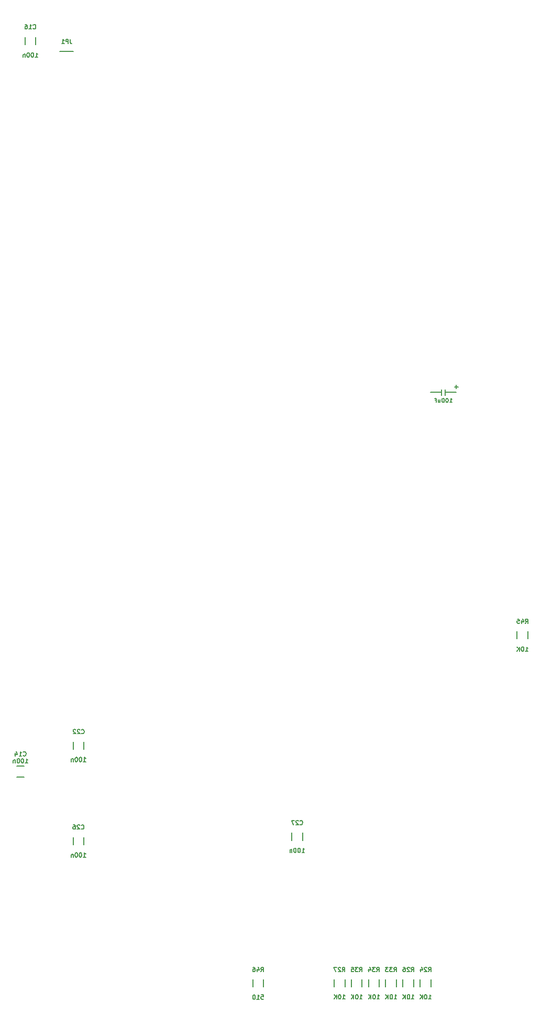
<source format=gbr>
G04 #@! TF.FileFunction,Legend,Bot*
%FSLAX46Y46*%
G04 Gerber Fmt 4.6, Leading zero omitted, Abs format (unit mm)*
G04 Created by KiCad (PCBNEW 4.0.4-stable) date 02/16/17 08:27:34*
%MOMM*%
%LPD*%
G01*
G04 APERTURE LIST*
%ADD10C,0.100000*%
%ADD11C,0.200000*%
%ADD12C,0.150000*%
G04 APERTURE END LIST*
D10*
D11*
X173500000Y-140680000D02*
X171700000Y-140680000D01*
X171100000Y-140670000D02*
X169300000Y-140670000D01*
X173500000Y-139800000D02*
X173500000Y-139500000D01*
X173500000Y-139800000D02*
X173500000Y-140100000D01*
X173500000Y-139800000D02*
X173200000Y-139800000D01*
X173500000Y-139800000D02*
X173800000Y-139800000D01*
D12*
X172421428Y-142298571D02*
X172798571Y-142298571D01*
X172609999Y-142298571D02*
X172609999Y-141638571D01*
X172672856Y-141732857D01*
X172735714Y-141795714D01*
X172798571Y-141827143D01*
X172012857Y-141638571D02*
X171950000Y-141638571D01*
X171887143Y-141670000D01*
X171855714Y-141701429D01*
X171824285Y-141764286D01*
X171792857Y-141890000D01*
X171792857Y-142047143D01*
X171824285Y-142172857D01*
X171855714Y-142235714D01*
X171887143Y-142267143D01*
X171950000Y-142298571D01*
X172012857Y-142298571D01*
X172075714Y-142267143D01*
X172107143Y-142235714D01*
X172138571Y-142172857D01*
X172170000Y-142047143D01*
X172170000Y-141890000D01*
X172138571Y-141764286D01*
X172107143Y-141701429D01*
X172075714Y-141670000D01*
X172012857Y-141638571D01*
X171384286Y-141638571D02*
X171321429Y-141638571D01*
X171258572Y-141670000D01*
X171227143Y-141701429D01*
X171195714Y-141764286D01*
X171164286Y-141890000D01*
X171164286Y-142047143D01*
X171195714Y-142172857D01*
X171227143Y-142235714D01*
X171258572Y-142267143D01*
X171321429Y-142298571D01*
X171384286Y-142298571D01*
X171447143Y-142267143D01*
X171478572Y-142235714D01*
X171510000Y-142172857D01*
X171541429Y-142047143D01*
X171541429Y-141890000D01*
X171510000Y-141764286D01*
X171478572Y-141701429D01*
X171447143Y-141670000D01*
X171384286Y-141638571D01*
X170598572Y-141858571D02*
X170598572Y-142298571D01*
X170881429Y-141858571D02*
X170881429Y-142204286D01*
X170850001Y-142267143D01*
X170787143Y-142298571D01*
X170692858Y-142298571D01*
X170630001Y-142267143D01*
X170598572Y-142235714D01*
X170064286Y-141952857D02*
X170284286Y-141952857D01*
X170284286Y-142298571D02*
X170284286Y-141638571D01*
X169970000Y-141638571D01*
D11*
X171700000Y-140200000D02*
X171700000Y-141130000D01*
X171110000Y-140200000D02*
X171110000Y-141130000D01*
D12*
X111610000Y-85660000D02*
X109410000Y-85660000D01*
X103630000Y-201035000D02*
X102430000Y-201035000D01*
X102430000Y-202785000D02*
X103630000Y-202785000D01*
X146875000Y-211810000D02*
X146875000Y-213010000D01*
X148625000Y-213010000D02*
X148625000Y-211810000D01*
X111535000Y-212530000D02*
X111535000Y-213730000D01*
X113285000Y-213730000D02*
X113285000Y-212530000D01*
X111535000Y-197120000D02*
X111535000Y-198320000D01*
X113285000Y-198320000D02*
X113285000Y-197120000D01*
X105505000Y-84510000D02*
X105505000Y-83310000D01*
X103755000Y-83310000D02*
X103755000Y-84510000D01*
X142325000Y-236700000D02*
X142325000Y-235500000D01*
X140575000Y-235500000D02*
X140575000Y-236700000D01*
X183305000Y-179270000D02*
X183305000Y-180470000D01*
X185055000Y-180470000D02*
X185055000Y-179270000D01*
X167635000Y-235500000D02*
X167635000Y-236700000D01*
X169385000Y-236700000D02*
X169385000Y-235500000D01*
X164865000Y-235500000D02*
X164865000Y-236700000D01*
X166615000Y-236700000D02*
X166615000Y-235500000D01*
X162075000Y-235500000D02*
X162075000Y-236700000D01*
X163825000Y-236700000D02*
X163825000Y-235500000D01*
X159295000Y-235500000D02*
X159295000Y-236700000D01*
X161045000Y-236700000D02*
X161045000Y-235500000D01*
X156505000Y-235500000D02*
X156505000Y-236700000D01*
X158255000Y-236700000D02*
X158255000Y-235500000D01*
X153735000Y-235500000D02*
X153735000Y-236700000D01*
X155485000Y-236700000D02*
X155485000Y-235500000D01*
X111093333Y-83666667D02*
X111093333Y-84166667D01*
X111126667Y-84266667D01*
X111193333Y-84333333D01*
X111293333Y-84366667D01*
X111360000Y-84366667D01*
X110760000Y-84366667D02*
X110760000Y-83666667D01*
X110493334Y-83666667D01*
X110426667Y-83700000D01*
X110393334Y-83733333D01*
X110360000Y-83800000D01*
X110360000Y-83900000D01*
X110393334Y-83966667D01*
X110426667Y-84000000D01*
X110493334Y-84033333D01*
X110760000Y-84033333D01*
X109693334Y-84366667D02*
X110093334Y-84366667D01*
X109893334Y-84366667D02*
X109893334Y-83666667D01*
X109960000Y-83766667D01*
X110026667Y-83833333D01*
X110093334Y-83866667D01*
X103480000Y-199330000D02*
X103513334Y-199363333D01*
X103613334Y-199396667D01*
X103680000Y-199396667D01*
X103780000Y-199363333D01*
X103846667Y-199296667D01*
X103880000Y-199230000D01*
X103913334Y-199096667D01*
X103913334Y-198996667D01*
X103880000Y-198863333D01*
X103846667Y-198796667D01*
X103780000Y-198730000D01*
X103680000Y-198696667D01*
X103613334Y-198696667D01*
X103513334Y-198730000D01*
X103480000Y-198763333D01*
X102813334Y-199396667D02*
X103213334Y-199396667D01*
X103013334Y-199396667D02*
X103013334Y-198696667D01*
X103080000Y-198796667D01*
X103146667Y-198863333D01*
X103213334Y-198896667D01*
X102213333Y-198930000D02*
X102213333Y-199396667D01*
X102380000Y-198663333D02*
X102546667Y-199163333D01*
X102113333Y-199163333D01*
X103813334Y-200516667D02*
X104213334Y-200516667D01*
X104013334Y-200516667D02*
X104013334Y-199816667D01*
X104080000Y-199916667D01*
X104146667Y-199983333D01*
X104213334Y-200016667D01*
X103380000Y-199816667D02*
X103313333Y-199816667D01*
X103246667Y-199850000D01*
X103213333Y-199883333D01*
X103180000Y-199950000D01*
X103146667Y-200083333D01*
X103146667Y-200250000D01*
X103180000Y-200383333D01*
X103213333Y-200450000D01*
X103246667Y-200483333D01*
X103313333Y-200516667D01*
X103380000Y-200516667D01*
X103446667Y-200483333D01*
X103480000Y-200450000D01*
X103513333Y-200383333D01*
X103546667Y-200250000D01*
X103546667Y-200083333D01*
X103513333Y-199950000D01*
X103480000Y-199883333D01*
X103446667Y-199850000D01*
X103380000Y-199816667D01*
X102713333Y-199816667D02*
X102646666Y-199816667D01*
X102580000Y-199850000D01*
X102546666Y-199883333D01*
X102513333Y-199950000D01*
X102480000Y-200083333D01*
X102480000Y-200250000D01*
X102513333Y-200383333D01*
X102546666Y-200450000D01*
X102580000Y-200483333D01*
X102646666Y-200516667D01*
X102713333Y-200516667D01*
X102780000Y-200483333D01*
X102813333Y-200450000D01*
X102846666Y-200383333D01*
X102880000Y-200250000D01*
X102880000Y-200083333D01*
X102846666Y-199950000D01*
X102813333Y-199883333D01*
X102780000Y-199850000D01*
X102713333Y-199816667D01*
X102179999Y-200050000D02*
X102179999Y-200516667D01*
X102179999Y-200116667D02*
X102146666Y-200083333D01*
X102079999Y-200050000D01*
X101979999Y-200050000D01*
X101913333Y-200083333D01*
X101879999Y-200150000D01*
X101879999Y-200516667D01*
X148210000Y-210440000D02*
X148243334Y-210473333D01*
X148343334Y-210506667D01*
X148410000Y-210506667D01*
X148510000Y-210473333D01*
X148576667Y-210406667D01*
X148610000Y-210340000D01*
X148643334Y-210206667D01*
X148643334Y-210106667D01*
X148610000Y-209973333D01*
X148576667Y-209906667D01*
X148510000Y-209840000D01*
X148410000Y-209806667D01*
X148343334Y-209806667D01*
X148243334Y-209840000D01*
X148210000Y-209873333D01*
X147943334Y-209873333D02*
X147910000Y-209840000D01*
X147843334Y-209806667D01*
X147676667Y-209806667D01*
X147610000Y-209840000D01*
X147576667Y-209873333D01*
X147543334Y-209940000D01*
X147543334Y-210006667D01*
X147576667Y-210106667D01*
X147976667Y-210506667D01*
X147543334Y-210506667D01*
X147310000Y-209806667D02*
X146843333Y-209806667D01*
X147143333Y-210506667D01*
X148533334Y-214976667D02*
X148933334Y-214976667D01*
X148733334Y-214976667D02*
X148733334Y-214276667D01*
X148800000Y-214376667D01*
X148866667Y-214443333D01*
X148933334Y-214476667D01*
X148100000Y-214276667D02*
X148033333Y-214276667D01*
X147966667Y-214310000D01*
X147933333Y-214343333D01*
X147900000Y-214410000D01*
X147866667Y-214543333D01*
X147866667Y-214710000D01*
X147900000Y-214843333D01*
X147933333Y-214910000D01*
X147966667Y-214943333D01*
X148033333Y-214976667D01*
X148100000Y-214976667D01*
X148166667Y-214943333D01*
X148200000Y-214910000D01*
X148233333Y-214843333D01*
X148266667Y-214710000D01*
X148266667Y-214543333D01*
X148233333Y-214410000D01*
X148200000Y-214343333D01*
X148166667Y-214310000D01*
X148100000Y-214276667D01*
X147433333Y-214276667D02*
X147366666Y-214276667D01*
X147300000Y-214310000D01*
X147266666Y-214343333D01*
X147233333Y-214410000D01*
X147200000Y-214543333D01*
X147200000Y-214710000D01*
X147233333Y-214843333D01*
X147266666Y-214910000D01*
X147300000Y-214943333D01*
X147366666Y-214976667D01*
X147433333Y-214976667D01*
X147500000Y-214943333D01*
X147533333Y-214910000D01*
X147566666Y-214843333D01*
X147600000Y-214710000D01*
X147600000Y-214543333D01*
X147566666Y-214410000D01*
X147533333Y-214343333D01*
X147500000Y-214310000D01*
X147433333Y-214276667D01*
X146899999Y-214510000D02*
X146899999Y-214976667D01*
X146899999Y-214576667D02*
X146866666Y-214543333D01*
X146799999Y-214510000D01*
X146699999Y-214510000D01*
X146633333Y-214543333D01*
X146599999Y-214610000D01*
X146599999Y-214976667D01*
X112860000Y-211160000D02*
X112893334Y-211193333D01*
X112993334Y-211226667D01*
X113060000Y-211226667D01*
X113160000Y-211193333D01*
X113226667Y-211126667D01*
X113260000Y-211060000D01*
X113293334Y-210926667D01*
X113293334Y-210826667D01*
X113260000Y-210693333D01*
X113226667Y-210626667D01*
X113160000Y-210560000D01*
X113060000Y-210526667D01*
X112993334Y-210526667D01*
X112893334Y-210560000D01*
X112860000Y-210593333D01*
X112593334Y-210593333D02*
X112560000Y-210560000D01*
X112493334Y-210526667D01*
X112326667Y-210526667D01*
X112260000Y-210560000D01*
X112226667Y-210593333D01*
X112193334Y-210660000D01*
X112193334Y-210726667D01*
X112226667Y-210826667D01*
X112626667Y-211226667D01*
X112193334Y-211226667D01*
X111593333Y-210526667D02*
X111726667Y-210526667D01*
X111793333Y-210560000D01*
X111826667Y-210593333D01*
X111893333Y-210693333D01*
X111926667Y-210826667D01*
X111926667Y-211093333D01*
X111893333Y-211160000D01*
X111860000Y-211193333D01*
X111793333Y-211226667D01*
X111660000Y-211226667D01*
X111593333Y-211193333D01*
X111560000Y-211160000D01*
X111526667Y-211093333D01*
X111526667Y-210926667D01*
X111560000Y-210860000D01*
X111593333Y-210826667D01*
X111660000Y-210793333D01*
X111793333Y-210793333D01*
X111860000Y-210826667D01*
X111893333Y-210860000D01*
X111926667Y-210926667D01*
X113183334Y-215736667D02*
X113583334Y-215736667D01*
X113383334Y-215736667D02*
X113383334Y-215036667D01*
X113450000Y-215136667D01*
X113516667Y-215203333D01*
X113583334Y-215236667D01*
X112750000Y-215036667D02*
X112683333Y-215036667D01*
X112616667Y-215070000D01*
X112583333Y-215103333D01*
X112550000Y-215170000D01*
X112516667Y-215303333D01*
X112516667Y-215470000D01*
X112550000Y-215603333D01*
X112583333Y-215670000D01*
X112616667Y-215703333D01*
X112683333Y-215736667D01*
X112750000Y-215736667D01*
X112816667Y-215703333D01*
X112850000Y-215670000D01*
X112883333Y-215603333D01*
X112916667Y-215470000D01*
X112916667Y-215303333D01*
X112883333Y-215170000D01*
X112850000Y-215103333D01*
X112816667Y-215070000D01*
X112750000Y-215036667D01*
X112083333Y-215036667D02*
X112016666Y-215036667D01*
X111950000Y-215070000D01*
X111916666Y-215103333D01*
X111883333Y-215170000D01*
X111850000Y-215303333D01*
X111850000Y-215470000D01*
X111883333Y-215603333D01*
X111916666Y-215670000D01*
X111950000Y-215703333D01*
X112016666Y-215736667D01*
X112083333Y-215736667D01*
X112150000Y-215703333D01*
X112183333Y-215670000D01*
X112216666Y-215603333D01*
X112250000Y-215470000D01*
X112250000Y-215303333D01*
X112216666Y-215170000D01*
X112183333Y-215103333D01*
X112150000Y-215070000D01*
X112083333Y-215036667D01*
X111549999Y-215270000D02*
X111549999Y-215736667D01*
X111549999Y-215336667D02*
X111516666Y-215303333D01*
X111449999Y-215270000D01*
X111349999Y-215270000D01*
X111283333Y-215303333D01*
X111249999Y-215370000D01*
X111249999Y-215736667D01*
X112880000Y-195750000D02*
X112913334Y-195783333D01*
X113013334Y-195816667D01*
X113080000Y-195816667D01*
X113180000Y-195783333D01*
X113246667Y-195716667D01*
X113280000Y-195650000D01*
X113313334Y-195516667D01*
X113313334Y-195416667D01*
X113280000Y-195283333D01*
X113246667Y-195216667D01*
X113180000Y-195150000D01*
X113080000Y-195116667D01*
X113013334Y-195116667D01*
X112913334Y-195150000D01*
X112880000Y-195183333D01*
X112613334Y-195183333D02*
X112580000Y-195150000D01*
X112513334Y-195116667D01*
X112346667Y-195116667D01*
X112280000Y-195150000D01*
X112246667Y-195183333D01*
X112213334Y-195250000D01*
X112213334Y-195316667D01*
X112246667Y-195416667D01*
X112646667Y-195816667D01*
X112213334Y-195816667D01*
X111946667Y-195183333D02*
X111913333Y-195150000D01*
X111846667Y-195116667D01*
X111680000Y-195116667D01*
X111613333Y-195150000D01*
X111580000Y-195183333D01*
X111546667Y-195250000D01*
X111546667Y-195316667D01*
X111580000Y-195416667D01*
X111980000Y-195816667D01*
X111546667Y-195816667D01*
X113193334Y-200306667D02*
X113593334Y-200306667D01*
X113393334Y-200306667D02*
X113393334Y-199606667D01*
X113460000Y-199706667D01*
X113526667Y-199773333D01*
X113593334Y-199806667D01*
X112760000Y-199606667D02*
X112693333Y-199606667D01*
X112626667Y-199640000D01*
X112593333Y-199673333D01*
X112560000Y-199740000D01*
X112526667Y-199873333D01*
X112526667Y-200040000D01*
X112560000Y-200173333D01*
X112593333Y-200240000D01*
X112626667Y-200273333D01*
X112693333Y-200306667D01*
X112760000Y-200306667D01*
X112826667Y-200273333D01*
X112860000Y-200240000D01*
X112893333Y-200173333D01*
X112926667Y-200040000D01*
X112926667Y-199873333D01*
X112893333Y-199740000D01*
X112860000Y-199673333D01*
X112826667Y-199640000D01*
X112760000Y-199606667D01*
X112093333Y-199606667D02*
X112026666Y-199606667D01*
X111960000Y-199640000D01*
X111926666Y-199673333D01*
X111893333Y-199740000D01*
X111860000Y-199873333D01*
X111860000Y-200040000D01*
X111893333Y-200173333D01*
X111926666Y-200240000D01*
X111960000Y-200273333D01*
X112026666Y-200306667D01*
X112093333Y-200306667D01*
X112160000Y-200273333D01*
X112193333Y-200240000D01*
X112226666Y-200173333D01*
X112260000Y-200040000D01*
X112260000Y-199873333D01*
X112226666Y-199740000D01*
X112193333Y-199673333D01*
X112160000Y-199640000D01*
X112093333Y-199606667D01*
X111559999Y-199840000D02*
X111559999Y-200306667D01*
X111559999Y-199906667D02*
X111526666Y-199873333D01*
X111459999Y-199840000D01*
X111359999Y-199840000D01*
X111293333Y-199873333D01*
X111259999Y-199940000D01*
X111259999Y-200306667D01*
X105080000Y-81920000D02*
X105113334Y-81953333D01*
X105213334Y-81986667D01*
X105280000Y-81986667D01*
X105380000Y-81953333D01*
X105446667Y-81886667D01*
X105480000Y-81820000D01*
X105513334Y-81686667D01*
X105513334Y-81586667D01*
X105480000Y-81453333D01*
X105446667Y-81386667D01*
X105380000Y-81320000D01*
X105280000Y-81286667D01*
X105213334Y-81286667D01*
X105113334Y-81320000D01*
X105080000Y-81353333D01*
X104413334Y-81986667D02*
X104813334Y-81986667D01*
X104613334Y-81986667D02*
X104613334Y-81286667D01*
X104680000Y-81386667D01*
X104746667Y-81453333D01*
X104813334Y-81486667D01*
X103813333Y-81286667D02*
X103946667Y-81286667D01*
X104013333Y-81320000D01*
X104046667Y-81353333D01*
X104113333Y-81453333D01*
X104146667Y-81586667D01*
X104146667Y-81853333D01*
X104113333Y-81920000D01*
X104080000Y-81953333D01*
X104013333Y-81986667D01*
X103880000Y-81986667D01*
X103813333Y-81953333D01*
X103780000Y-81920000D01*
X103746667Y-81853333D01*
X103746667Y-81686667D01*
X103780000Y-81620000D01*
X103813333Y-81586667D01*
X103880000Y-81553333D01*
X104013333Y-81553333D01*
X104080000Y-81586667D01*
X104113333Y-81620000D01*
X104146667Y-81686667D01*
X105413334Y-86546667D02*
X105813334Y-86546667D01*
X105613334Y-86546667D02*
X105613334Y-85846667D01*
X105680000Y-85946667D01*
X105746667Y-86013333D01*
X105813334Y-86046667D01*
X104980000Y-85846667D02*
X104913333Y-85846667D01*
X104846667Y-85880000D01*
X104813333Y-85913333D01*
X104780000Y-85980000D01*
X104746667Y-86113333D01*
X104746667Y-86280000D01*
X104780000Y-86413333D01*
X104813333Y-86480000D01*
X104846667Y-86513333D01*
X104913333Y-86546667D01*
X104980000Y-86546667D01*
X105046667Y-86513333D01*
X105080000Y-86480000D01*
X105113333Y-86413333D01*
X105146667Y-86280000D01*
X105146667Y-86113333D01*
X105113333Y-85980000D01*
X105080000Y-85913333D01*
X105046667Y-85880000D01*
X104980000Y-85846667D01*
X104313333Y-85846667D02*
X104246666Y-85846667D01*
X104180000Y-85880000D01*
X104146666Y-85913333D01*
X104113333Y-85980000D01*
X104080000Y-86113333D01*
X104080000Y-86280000D01*
X104113333Y-86413333D01*
X104146666Y-86480000D01*
X104180000Y-86513333D01*
X104246666Y-86546667D01*
X104313333Y-86546667D01*
X104380000Y-86513333D01*
X104413333Y-86480000D01*
X104446666Y-86413333D01*
X104480000Y-86280000D01*
X104480000Y-86113333D01*
X104446666Y-85980000D01*
X104413333Y-85913333D01*
X104380000Y-85880000D01*
X104313333Y-85846667D01*
X103779999Y-86080000D02*
X103779999Y-86546667D01*
X103779999Y-86146667D02*
X103746666Y-86113333D01*
X103679999Y-86080000D01*
X103579999Y-86080000D01*
X103513333Y-86113333D01*
X103479999Y-86180000D01*
X103479999Y-86546667D01*
X141910000Y-234216667D02*
X142143334Y-233883333D01*
X142310000Y-234216667D02*
X142310000Y-233516667D01*
X142043334Y-233516667D01*
X141976667Y-233550000D01*
X141943334Y-233583333D01*
X141910000Y-233650000D01*
X141910000Y-233750000D01*
X141943334Y-233816667D01*
X141976667Y-233850000D01*
X142043334Y-233883333D01*
X142310000Y-233883333D01*
X141310000Y-233750000D02*
X141310000Y-234216667D01*
X141476667Y-233483333D02*
X141643334Y-233983333D01*
X141210000Y-233983333D01*
X140643333Y-233516667D02*
X140776667Y-233516667D01*
X140843333Y-233550000D01*
X140876667Y-233583333D01*
X140943333Y-233683333D01*
X140976667Y-233816667D01*
X140976667Y-234083333D01*
X140943333Y-234150000D01*
X140910000Y-234183333D01*
X140843333Y-234216667D01*
X140710000Y-234216667D01*
X140643333Y-234183333D01*
X140610000Y-234150000D01*
X140576667Y-234083333D01*
X140576667Y-233916667D01*
X140610000Y-233850000D01*
X140643333Y-233816667D01*
X140710000Y-233783333D01*
X140843333Y-233783333D01*
X140910000Y-233816667D01*
X140943333Y-233850000D01*
X140976667Y-233916667D01*
X141950000Y-237966667D02*
X142283333Y-237966667D01*
X142316667Y-238300000D01*
X142283333Y-238266667D01*
X142216667Y-238233333D01*
X142050000Y-238233333D01*
X141983333Y-238266667D01*
X141950000Y-238300000D01*
X141916667Y-238366667D01*
X141916667Y-238533333D01*
X141950000Y-238600000D01*
X141983333Y-238633333D01*
X142050000Y-238666667D01*
X142216667Y-238666667D01*
X142283333Y-238633333D01*
X142316667Y-238600000D01*
X141250000Y-238666667D02*
X141650000Y-238666667D01*
X141450000Y-238666667D02*
X141450000Y-237966667D01*
X141516666Y-238066667D01*
X141583333Y-238133333D01*
X141650000Y-238166667D01*
X140816666Y-237966667D02*
X140749999Y-237966667D01*
X140683333Y-238000000D01*
X140649999Y-238033333D01*
X140616666Y-238100000D01*
X140583333Y-238233333D01*
X140583333Y-238400000D01*
X140616666Y-238533333D01*
X140649999Y-238600000D01*
X140683333Y-238633333D01*
X140749999Y-238666667D01*
X140816666Y-238666667D01*
X140883333Y-238633333D01*
X140916666Y-238600000D01*
X140949999Y-238533333D01*
X140983333Y-238400000D01*
X140983333Y-238233333D01*
X140949999Y-238100000D01*
X140916666Y-238033333D01*
X140883333Y-238000000D01*
X140816666Y-237966667D01*
X184630000Y-177976667D02*
X184863334Y-177643333D01*
X185030000Y-177976667D02*
X185030000Y-177276667D01*
X184763334Y-177276667D01*
X184696667Y-177310000D01*
X184663334Y-177343333D01*
X184630000Y-177410000D01*
X184630000Y-177510000D01*
X184663334Y-177576667D01*
X184696667Y-177610000D01*
X184763334Y-177643333D01*
X185030000Y-177643333D01*
X184030000Y-177510000D02*
X184030000Y-177976667D01*
X184196667Y-177243333D02*
X184363334Y-177743333D01*
X183930000Y-177743333D01*
X183330000Y-177276667D02*
X183663333Y-177276667D01*
X183696667Y-177610000D01*
X183663333Y-177576667D01*
X183596667Y-177543333D01*
X183430000Y-177543333D01*
X183363333Y-177576667D01*
X183330000Y-177610000D01*
X183296667Y-177676667D01*
X183296667Y-177843333D01*
X183330000Y-177910000D01*
X183363333Y-177943333D01*
X183430000Y-177976667D01*
X183596667Y-177976667D01*
X183663333Y-177943333D01*
X183696667Y-177910000D01*
X184663334Y-182476667D02*
X185063334Y-182476667D01*
X184863334Y-182476667D02*
X184863334Y-181776667D01*
X184930000Y-181876667D01*
X184996667Y-181943333D01*
X185063334Y-181976667D01*
X184230000Y-181776667D02*
X184163333Y-181776667D01*
X184096667Y-181810000D01*
X184063333Y-181843333D01*
X184030000Y-181910000D01*
X183996667Y-182043333D01*
X183996667Y-182210000D01*
X184030000Y-182343333D01*
X184063333Y-182410000D01*
X184096667Y-182443333D01*
X184163333Y-182476667D01*
X184230000Y-182476667D01*
X184296667Y-182443333D01*
X184330000Y-182410000D01*
X184363333Y-182343333D01*
X184396667Y-182210000D01*
X184396667Y-182043333D01*
X184363333Y-181910000D01*
X184330000Y-181843333D01*
X184296667Y-181810000D01*
X184230000Y-181776667D01*
X183696666Y-182476667D02*
X183696666Y-181776667D01*
X183296666Y-182476667D02*
X183596666Y-182076667D01*
X183296666Y-181776667D02*
X183696666Y-182176667D01*
X168960000Y-234216667D02*
X169193334Y-233883333D01*
X169360000Y-234216667D02*
X169360000Y-233516667D01*
X169093334Y-233516667D01*
X169026667Y-233550000D01*
X168993334Y-233583333D01*
X168960000Y-233650000D01*
X168960000Y-233750000D01*
X168993334Y-233816667D01*
X169026667Y-233850000D01*
X169093334Y-233883333D01*
X169360000Y-233883333D01*
X168693334Y-233583333D02*
X168660000Y-233550000D01*
X168593334Y-233516667D01*
X168426667Y-233516667D01*
X168360000Y-233550000D01*
X168326667Y-233583333D01*
X168293334Y-233650000D01*
X168293334Y-233716667D01*
X168326667Y-233816667D01*
X168726667Y-234216667D01*
X168293334Y-234216667D01*
X167693333Y-233750000D02*
X167693333Y-234216667D01*
X167860000Y-233483333D02*
X168026667Y-233983333D01*
X167593333Y-233983333D01*
X168993334Y-238646667D02*
X169393334Y-238646667D01*
X169193334Y-238646667D02*
X169193334Y-237946667D01*
X169260000Y-238046667D01*
X169326667Y-238113333D01*
X169393334Y-238146667D01*
X168560000Y-237946667D02*
X168493333Y-237946667D01*
X168426667Y-237980000D01*
X168393333Y-238013333D01*
X168360000Y-238080000D01*
X168326667Y-238213333D01*
X168326667Y-238380000D01*
X168360000Y-238513333D01*
X168393333Y-238580000D01*
X168426667Y-238613333D01*
X168493333Y-238646667D01*
X168560000Y-238646667D01*
X168626667Y-238613333D01*
X168660000Y-238580000D01*
X168693333Y-238513333D01*
X168726667Y-238380000D01*
X168726667Y-238213333D01*
X168693333Y-238080000D01*
X168660000Y-238013333D01*
X168626667Y-237980000D01*
X168560000Y-237946667D01*
X168026666Y-238646667D02*
X168026666Y-237946667D01*
X167626666Y-238646667D02*
X167926666Y-238246667D01*
X167626666Y-237946667D02*
X168026666Y-238346667D01*
X166190000Y-234216667D02*
X166423334Y-233883333D01*
X166590000Y-234216667D02*
X166590000Y-233516667D01*
X166323334Y-233516667D01*
X166256667Y-233550000D01*
X166223334Y-233583333D01*
X166190000Y-233650000D01*
X166190000Y-233750000D01*
X166223334Y-233816667D01*
X166256667Y-233850000D01*
X166323334Y-233883333D01*
X166590000Y-233883333D01*
X165923334Y-233583333D02*
X165890000Y-233550000D01*
X165823334Y-233516667D01*
X165656667Y-233516667D01*
X165590000Y-233550000D01*
X165556667Y-233583333D01*
X165523334Y-233650000D01*
X165523334Y-233716667D01*
X165556667Y-233816667D01*
X165956667Y-234216667D01*
X165523334Y-234216667D01*
X164923333Y-233516667D02*
X165056667Y-233516667D01*
X165123333Y-233550000D01*
X165156667Y-233583333D01*
X165223333Y-233683333D01*
X165256667Y-233816667D01*
X165256667Y-234083333D01*
X165223333Y-234150000D01*
X165190000Y-234183333D01*
X165123333Y-234216667D01*
X164990000Y-234216667D01*
X164923333Y-234183333D01*
X164890000Y-234150000D01*
X164856667Y-234083333D01*
X164856667Y-233916667D01*
X164890000Y-233850000D01*
X164923333Y-233816667D01*
X164990000Y-233783333D01*
X165123333Y-233783333D01*
X165190000Y-233816667D01*
X165223333Y-233850000D01*
X165256667Y-233916667D01*
X166223334Y-238646667D02*
X166623334Y-238646667D01*
X166423334Y-238646667D02*
X166423334Y-237946667D01*
X166490000Y-238046667D01*
X166556667Y-238113333D01*
X166623334Y-238146667D01*
X165790000Y-237946667D02*
X165723333Y-237946667D01*
X165656667Y-237980000D01*
X165623333Y-238013333D01*
X165590000Y-238080000D01*
X165556667Y-238213333D01*
X165556667Y-238380000D01*
X165590000Y-238513333D01*
X165623333Y-238580000D01*
X165656667Y-238613333D01*
X165723333Y-238646667D01*
X165790000Y-238646667D01*
X165856667Y-238613333D01*
X165890000Y-238580000D01*
X165923333Y-238513333D01*
X165956667Y-238380000D01*
X165956667Y-238213333D01*
X165923333Y-238080000D01*
X165890000Y-238013333D01*
X165856667Y-237980000D01*
X165790000Y-237946667D01*
X165256666Y-238646667D02*
X165256666Y-237946667D01*
X164856666Y-238646667D02*
X165156666Y-238246667D01*
X164856666Y-237946667D02*
X165256666Y-238346667D01*
X163400000Y-234226667D02*
X163633334Y-233893333D01*
X163800000Y-234226667D02*
X163800000Y-233526667D01*
X163533334Y-233526667D01*
X163466667Y-233560000D01*
X163433334Y-233593333D01*
X163400000Y-233660000D01*
X163400000Y-233760000D01*
X163433334Y-233826667D01*
X163466667Y-233860000D01*
X163533334Y-233893333D01*
X163800000Y-233893333D01*
X163166667Y-233526667D02*
X162733334Y-233526667D01*
X162966667Y-233793333D01*
X162866667Y-233793333D01*
X162800000Y-233826667D01*
X162766667Y-233860000D01*
X162733334Y-233926667D01*
X162733334Y-234093333D01*
X162766667Y-234160000D01*
X162800000Y-234193333D01*
X162866667Y-234226667D01*
X163066667Y-234226667D01*
X163133334Y-234193333D01*
X163166667Y-234160000D01*
X162500000Y-233526667D02*
X162066667Y-233526667D01*
X162300000Y-233793333D01*
X162200000Y-233793333D01*
X162133333Y-233826667D01*
X162100000Y-233860000D01*
X162066667Y-233926667D01*
X162066667Y-234093333D01*
X162100000Y-234160000D01*
X162133333Y-234193333D01*
X162200000Y-234226667D01*
X162400000Y-234226667D01*
X162466667Y-234193333D01*
X162500000Y-234160000D01*
X163433334Y-238646667D02*
X163833334Y-238646667D01*
X163633334Y-238646667D02*
X163633334Y-237946667D01*
X163700000Y-238046667D01*
X163766667Y-238113333D01*
X163833334Y-238146667D01*
X163000000Y-237946667D02*
X162933333Y-237946667D01*
X162866667Y-237980000D01*
X162833333Y-238013333D01*
X162800000Y-238080000D01*
X162766667Y-238213333D01*
X162766667Y-238380000D01*
X162800000Y-238513333D01*
X162833333Y-238580000D01*
X162866667Y-238613333D01*
X162933333Y-238646667D01*
X163000000Y-238646667D01*
X163066667Y-238613333D01*
X163100000Y-238580000D01*
X163133333Y-238513333D01*
X163166667Y-238380000D01*
X163166667Y-238213333D01*
X163133333Y-238080000D01*
X163100000Y-238013333D01*
X163066667Y-237980000D01*
X163000000Y-237946667D01*
X162466666Y-238646667D02*
X162466666Y-237946667D01*
X162066666Y-238646667D02*
X162366666Y-238246667D01*
X162066666Y-237946667D02*
X162466666Y-238346667D01*
X160620000Y-234226667D02*
X160853334Y-233893333D01*
X161020000Y-234226667D02*
X161020000Y-233526667D01*
X160753334Y-233526667D01*
X160686667Y-233560000D01*
X160653334Y-233593333D01*
X160620000Y-233660000D01*
X160620000Y-233760000D01*
X160653334Y-233826667D01*
X160686667Y-233860000D01*
X160753334Y-233893333D01*
X161020000Y-233893333D01*
X160386667Y-233526667D02*
X159953334Y-233526667D01*
X160186667Y-233793333D01*
X160086667Y-233793333D01*
X160020000Y-233826667D01*
X159986667Y-233860000D01*
X159953334Y-233926667D01*
X159953334Y-234093333D01*
X159986667Y-234160000D01*
X160020000Y-234193333D01*
X160086667Y-234226667D01*
X160286667Y-234226667D01*
X160353334Y-234193333D01*
X160386667Y-234160000D01*
X159353333Y-233760000D02*
X159353333Y-234226667D01*
X159520000Y-233493333D02*
X159686667Y-233993333D01*
X159253333Y-233993333D01*
X160653334Y-238646667D02*
X161053334Y-238646667D01*
X160853334Y-238646667D02*
X160853334Y-237946667D01*
X160920000Y-238046667D01*
X160986667Y-238113333D01*
X161053334Y-238146667D01*
X160220000Y-237946667D02*
X160153333Y-237946667D01*
X160086667Y-237980000D01*
X160053333Y-238013333D01*
X160020000Y-238080000D01*
X159986667Y-238213333D01*
X159986667Y-238380000D01*
X160020000Y-238513333D01*
X160053333Y-238580000D01*
X160086667Y-238613333D01*
X160153333Y-238646667D01*
X160220000Y-238646667D01*
X160286667Y-238613333D01*
X160320000Y-238580000D01*
X160353333Y-238513333D01*
X160386667Y-238380000D01*
X160386667Y-238213333D01*
X160353333Y-238080000D01*
X160320000Y-238013333D01*
X160286667Y-237980000D01*
X160220000Y-237946667D01*
X159686666Y-238646667D02*
X159686666Y-237946667D01*
X159286666Y-238646667D02*
X159586666Y-238246667D01*
X159286666Y-237946667D02*
X159686666Y-238346667D01*
X157830000Y-234216667D02*
X158063334Y-233883333D01*
X158230000Y-234216667D02*
X158230000Y-233516667D01*
X157963334Y-233516667D01*
X157896667Y-233550000D01*
X157863334Y-233583333D01*
X157830000Y-233650000D01*
X157830000Y-233750000D01*
X157863334Y-233816667D01*
X157896667Y-233850000D01*
X157963334Y-233883333D01*
X158230000Y-233883333D01*
X157596667Y-233516667D02*
X157163334Y-233516667D01*
X157396667Y-233783333D01*
X157296667Y-233783333D01*
X157230000Y-233816667D01*
X157196667Y-233850000D01*
X157163334Y-233916667D01*
X157163334Y-234083333D01*
X157196667Y-234150000D01*
X157230000Y-234183333D01*
X157296667Y-234216667D01*
X157496667Y-234216667D01*
X157563334Y-234183333D01*
X157596667Y-234150000D01*
X156530000Y-233516667D02*
X156863333Y-233516667D01*
X156896667Y-233850000D01*
X156863333Y-233816667D01*
X156796667Y-233783333D01*
X156630000Y-233783333D01*
X156563333Y-233816667D01*
X156530000Y-233850000D01*
X156496667Y-233916667D01*
X156496667Y-234083333D01*
X156530000Y-234150000D01*
X156563333Y-234183333D01*
X156630000Y-234216667D01*
X156796667Y-234216667D01*
X156863333Y-234183333D01*
X156896667Y-234150000D01*
X157863334Y-238646667D02*
X158263334Y-238646667D01*
X158063334Y-238646667D02*
X158063334Y-237946667D01*
X158130000Y-238046667D01*
X158196667Y-238113333D01*
X158263334Y-238146667D01*
X157430000Y-237946667D02*
X157363333Y-237946667D01*
X157296667Y-237980000D01*
X157263333Y-238013333D01*
X157230000Y-238080000D01*
X157196667Y-238213333D01*
X157196667Y-238380000D01*
X157230000Y-238513333D01*
X157263333Y-238580000D01*
X157296667Y-238613333D01*
X157363333Y-238646667D01*
X157430000Y-238646667D01*
X157496667Y-238613333D01*
X157530000Y-238580000D01*
X157563333Y-238513333D01*
X157596667Y-238380000D01*
X157596667Y-238213333D01*
X157563333Y-238080000D01*
X157530000Y-238013333D01*
X157496667Y-237980000D01*
X157430000Y-237946667D01*
X156896666Y-238646667D02*
X156896666Y-237946667D01*
X156496666Y-238646667D02*
X156796666Y-238246667D01*
X156496666Y-237946667D02*
X156896666Y-238346667D01*
X155060000Y-234216667D02*
X155293334Y-233883333D01*
X155460000Y-234216667D02*
X155460000Y-233516667D01*
X155193334Y-233516667D01*
X155126667Y-233550000D01*
X155093334Y-233583333D01*
X155060000Y-233650000D01*
X155060000Y-233750000D01*
X155093334Y-233816667D01*
X155126667Y-233850000D01*
X155193334Y-233883333D01*
X155460000Y-233883333D01*
X154793334Y-233583333D02*
X154760000Y-233550000D01*
X154693334Y-233516667D01*
X154526667Y-233516667D01*
X154460000Y-233550000D01*
X154426667Y-233583333D01*
X154393334Y-233650000D01*
X154393334Y-233716667D01*
X154426667Y-233816667D01*
X154826667Y-234216667D01*
X154393334Y-234216667D01*
X154160000Y-233516667D02*
X153693333Y-233516667D01*
X153993333Y-234216667D01*
X155093334Y-238646667D02*
X155493334Y-238646667D01*
X155293334Y-238646667D02*
X155293334Y-237946667D01*
X155360000Y-238046667D01*
X155426667Y-238113333D01*
X155493334Y-238146667D01*
X154660000Y-237946667D02*
X154593333Y-237946667D01*
X154526667Y-237980000D01*
X154493333Y-238013333D01*
X154460000Y-238080000D01*
X154426667Y-238213333D01*
X154426667Y-238380000D01*
X154460000Y-238513333D01*
X154493333Y-238580000D01*
X154526667Y-238613333D01*
X154593333Y-238646667D01*
X154660000Y-238646667D01*
X154726667Y-238613333D01*
X154760000Y-238580000D01*
X154793333Y-238513333D01*
X154826667Y-238380000D01*
X154826667Y-238213333D01*
X154793333Y-238080000D01*
X154760000Y-238013333D01*
X154726667Y-237980000D01*
X154660000Y-237946667D01*
X154126666Y-238646667D02*
X154126666Y-237946667D01*
X153726666Y-238646667D02*
X154026666Y-238246667D01*
X153726666Y-237946667D02*
X154126666Y-238346667D01*
M02*

</source>
